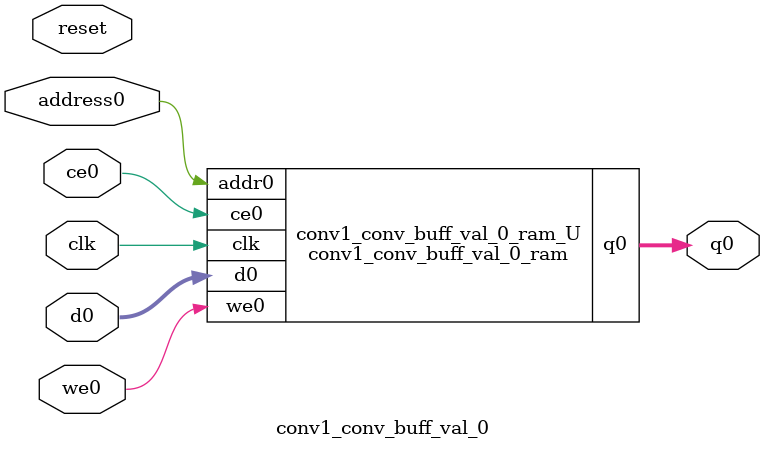
<source format=v>
`timescale 1 ns / 1 ps
module conv1_conv_buff_val_0_ram (addr0, ce0, d0, we0, q0,  clk);

parameter DWIDTH = 32;
parameter AWIDTH = 1;
parameter MEM_SIZE = 2;

input[AWIDTH-1:0] addr0;
input ce0;
input[DWIDTH-1:0] d0;
input we0;
output reg[DWIDTH-1:0] q0;
input clk;

(* ram_style = "distributed" *)reg [DWIDTH-1:0] ram[0:MEM_SIZE-1];




always @(posedge clk)  
begin 
    if (ce0) 
    begin
        if (we0) 
        begin 
            ram[addr0] <= d0; 
        end 
        q0 <= ram[addr0];
    end
end


endmodule

`timescale 1 ns / 1 ps
module conv1_conv_buff_val_0(
    reset,
    clk,
    address0,
    ce0,
    we0,
    d0,
    q0);

parameter DataWidth = 32'd32;
parameter AddressRange = 32'd2;
parameter AddressWidth = 32'd1;
input reset;
input clk;
input[AddressWidth - 1:0] address0;
input ce0;
input we0;
input[DataWidth - 1:0] d0;
output[DataWidth - 1:0] q0;



conv1_conv_buff_val_0_ram conv1_conv_buff_val_0_ram_U(
    .clk( clk ),
    .addr0( address0 ),
    .ce0( ce0 ),
    .we0( we0 ),
    .d0( d0 ),
    .q0( q0 ));

endmodule


</source>
